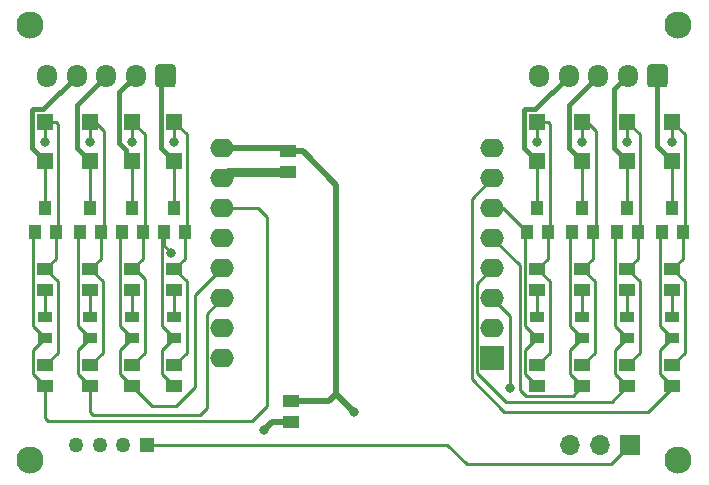
<source format=gbr>
%TF.GenerationSoftware,KiCad,Pcbnew,(5.1.10)-1*%
%TF.CreationDate,2022-04-18T16:41:03+02:00*%
%TF.ProjectId,ULN2803-Mosfet-S2-Mini,554c4e32-3830-4332-9d4d-6f736665742d,rev?*%
%TF.SameCoordinates,Original*%
%TF.FileFunction,Copper,L1,Top*%
%TF.FilePolarity,Positive*%
%FSLAX46Y46*%
G04 Gerber Fmt 4.6, Leading zero omitted, Abs format (unit mm)*
G04 Created by KiCad (PCBNEW (5.1.10)-1) date 2022-04-18 16:41:03*
%MOMM*%
%LPD*%
G01*
G04 APERTURE LIST*
%TA.AperFunction,ComponentPad*%
%ADD10O,2.000000X1.600000*%
%TD*%
%TA.AperFunction,ComponentPad*%
%ADD11R,2.000000X2.000000*%
%TD*%
%TA.AperFunction,ComponentPad*%
%ADD12C,1.270000*%
%TD*%
%TA.AperFunction,ComponentPad*%
%ADD13R,1.270000X1.270000*%
%TD*%
%TA.AperFunction,ComponentPad*%
%ADD14O,1.700000X1.700000*%
%TD*%
%TA.AperFunction,ComponentPad*%
%ADD15R,1.700000X1.700000*%
%TD*%
%TA.AperFunction,SMDPad,CuDef*%
%ADD16R,1.400000X1.016000*%
%TD*%
%TA.AperFunction,ComponentPad*%
%ADD17O,1.700000X1.950000*%
%TD*%
%TA.AperFunction,SMDPad,CuDef*%
%ADD18R,1.397000X1.016000*%
%TD*%
%TA.AperFunction,SMDPad,CuDef*%
%ADD19R,1.016000X1.143000*%
%TD*%
%TA.AperFunction,SMDPad,CuDef*%
%ADD20R,1.270000X0.889000*%
%TD*%
%TA.AperFunction,SMDPad,CuDef*%
%ADD21R,1.397000X1.397000*%
%TD*%
%TA.AperFunction,ViaPad*%
%ADD22C,0.800000*%
%TD*%
%TA.AperFunction,ViaPad*%
%ADD23C,2.300000*%
%TD*%
%TA.AperFunction,Conductor*%
%ADD24C,0.250000*%
%TD*%
%TA.AperFunction,Conductor*%
%ADD25C,0.800000*%
%TD*%
%TA.AperFunction,Conductor*%
%ADD26C,0.500000*%
%TD*%
%TA.AperFunction,Conductor*%
%ADD27C,0.400000*%
%TD*%
G04 APERTURE END LIST*
D10*
%TO.P,U1,16*%
%TO.N,Net-(U1-Pad16)*%
X35560000Y-101600000D03*
%TO.P,U1,15*%
%TO.N,Net-(U1-Pad15)*%
X35560000Y-99060000D03*
%TO.P,U1,14*%
%TO.N,IN2*%
X35560000Y-96520000D03*
%TO.P,U1,13*%
%TO.N,IN3*%
X35560000Y-93980000D03*
%TO.P,U1,12*%
%TO.N,IN4*%
X35560000Y-91440000D03*
%TO.P,U1,11*%
%TO.N,IN1*%
X35560000Y-88900000D03*
%TO.P,U1,10*%
%TO.N,GND*%
X35560000Y-86360000D03*
%TO.P,U1,9*%
%TO.N,V6*%
X35560000Y-83820000D03*
%TO.P,U1,8*%
%TO.N,Net-(U1-Pad8)*%
X58420000Y-83820000D03*
%TO.P,U1,7*%
%TO.N,IN8*%
X58420000Y-86360000D03*
%TO.P,U1,6*%
%TO.N,IN5*%
X58420000Y-88900000D03*
%TO.P,U1,5*%
%TO.N,IN6*%
X58420000Y-91440000D03*
%TO.P,U1,4*%
%TO.N,IN7*%
X58420000Y-93980000D03*
%TO.P,U1,3*%
%TO.N,SERVO*%
X58420000Y-96520000D03*
D11*
%TO.P,U1,1*%
%TO.N,Net-(U1-Pad1)*%
X58420000Y-101600000D03*
D10*
%TO.P,U1,2*%
%TO.N,Net-(U1-Pad2)*%
X58420000Y-99060000D03*
%TD*%
D12*
%TO.P,J4,4*%
%TO.N,GND*%
X23162260Y-108966000D03*
%TO.P,J4,3*%
%TO.N,V6*%
X25163780Y-108966000D03*
%TO.P,J4,2*%
%TO.N,Net-(J4-Pad2)*%
X27160220Y-108966000D03*
D13*
%TO.P,J4,1*%
%TO.N,SERVO*%
X29161740Y-108966000D03*
%TD*%
D14*
%TO.P,J3,3*%
%TO.N,GND*%
X65024000Y-108966000D03*
%TO.P,J3,2*%
%TO.N,V6*%
X67564000Y-108966000D03*
D15*
%TO.P,J3,1*%
%TO.N,SERVO*%
X70104000Y-108966000D03*
%TD*%
D16*
%TO.P,C1,2*%
%TO.N,GND*%
X41148000Y-85854000D03*
%TO.P,C1,1*%
%TO.N,V6*%
X41148000Y-84075000D03*
%TD*%
%TO.P,J1,1*%
%TO.N,Net-(D4-Pad2)*%
%TA.AperFunction,ComponentPad*%
G36*
G01*
X31584000Y-76999000D02*
X31584000Y-78449000D01*
G75*
G02*
X31334000Y-78699000I-250000J0D01*
G01*
X30134000Y-78699000D01*
G75*
G02*
X29884000Y-78449000I0J250000D01*
G01*
X29884000Y-76999000D01*
G75*
G02*
X30134000Y-76749000I250000J0D01*
G01*
X31334000Y-76749000D01*
G75*
G02*
X31584000Y-76999000I0J-250000D01*
G01*
G37*
%TD.AperFunction*%
D17*
%TO.P,J1,2*%
%TO.N,Net-(D3-Pad2)*%
X28234000Y-77724000D03*
%TO.P,J1,3*%
%TO.N,Net-(D2-Pad2)*%
X25734000Y-77724000D03*
%TO.P,J1,4*%
%TO.N,Net-(D1-Pad2)*%
X23234000Y-77724000D03*
%TO.P,J1,5*%
%TO.N,V6*%
X20734000Y-77724000D03*
%TD*%
D18*
%TO.P,RLED4,2*%
%TO.N,GND*%
X31496000Y-94107000D03*
%TO.P,RLED4,1*%
%TO.N,Net-(LED4-Pad2)*%
X31496000Y-95885000D03*
%TD*%
%TO.P,RLED2,2*%
%TO.N,GND*%
X24384000Y-94107000D03*
%TO.P,RLED2,1*%
%TO.N,Net-(LED2-Pad2)*%
X24384000Y-95885000D03*
%TD*%
%TO.P,RLED3,2*%
%TO.N,GND*%
X27940000Y-94107000D03*
%TO.P,RLED3,1*%
%TO.N,Net-(LED3-Pad2)*%
X27940000Y-95885000D03*
%TD*%
%TO.P,R3,2*%
%TO.N,GND*%
X27940000Y-102235000D03*
%TO.P,R3,1*%
%TO.N,IN3*%
X27940000Y-104013000D03*
%TD*%
%TO.P,RLED1,2*%
%TO.N,GND*%
X20574000Y-94107000D03*
%TO.P,RLED1,1*%
%TO.N,Net-(LED1-Pad2)*%
X20574000Y-95885000D03*
%TD*%
%TO.P,R2,2*%
%TO.N,GND*%
X24384000Y-102235000D03*
%TO.P,R2,1*%
%TO.N,IN2*%
X24384000Y-104013000D03*
%TD*%
%TO.P,R1,2*%
%TO.N,GND*%
X20574000Y-102235000D03*
%TO.P,R1,1*%
%TO.N,IN1*%
X20574000Y-104013000D03*
%TD*%
D19*
%TO.P,Q4,1*%
%TO.N,IN4*%
X30607000Y-90932000D03*
%TO.P,Q4,2*%
%TO.N,GND*%
X32385000Y-90932000D03*
%TO.P,Q4,3*%
%TO.N,Net-(D4-Pad2)*%
X31496000Y-88900000D03*
%TD*%
%TO.P,Q2,1*%
%TO.N,IN2*%
X23495000Y-90932000D03*
%TO.P,Q2,2*%
%TO.N,GND*%
X25273000Y-90932000D03*
%TO.P,Q2,3*%
%TO.N,Net-(D2-Pad2)*%
X24384000Y-88900000D03*
%TD*%
%TO.P,Q1,1*%
%TO.N,IN1*%
X19685000Y-90932000D03*
%TO.P,Q1,2*%
%TO.N,GND*%
X21463000Y-90932000D03*
%TO.P,Q1,3*%
%TO.N,Net-(D1-Pad2)*%
X20574000Y-88900000D03*
%TD*%
D20*
%TO.P,LED2,1*%
%TO.N,IN2*%
X24384000Y-99949000D03*
%TO.P,LED2,2*%
%TO.N,Net-(LED2-Pad2)*%
X24384000Y-98171000D03*
%TD*%
D21*
%TO.P,D2,2*%
%TO.N,Net-(D2-Pad2)*%
X24384000Y-84963000D03*
%TO.P,D2,1*%
%TO.N,GND*%
X24384000Y-81661000D03*
%TD*%
D20*
%TO.P,LED1,1*%
%TO.N,IN1*%
X20574000Y-99949000D03*
%TO.P,LED1,2*%
%TO.N,Net-(LED1-Pad2)*%
X20574000Y-98171000D03*
%TD*%
D21*
%TO.P,D4,2*%
%TO.N,Net-(D4-Pad2)*%
X31496000Y-84963000D03*
%TO.P,D4,1*%
%TO.N,GND*%
X31496000Y-81661000D03*
%TD*%
%TO.P,D3,2*%
%TO.N,Net-(D3-Pad2)*%
X27940000Y-84963000D03*
%TO.P,D3,1*%
%TO.N,GND*%
X27940000Y-81661000D03*
%TD*%
%TO.P,D1,2*%
%TO.N,Net-(D1-Pad2)*%
X20574000Y-84963000D03*
%TO.P,D1,1*%
%TO.N,GND*%
X20574000Y-81661000D03*
%TD*%
D20*
%TO.P,LED4,1*%
%TO.N,IN4*%
X31496000Y-99949000D03*
%TO.P,LED4,2*%
%TO.N,Net-(LED4-Pad2)*%
X31496000Y-98171000D03*
%TD*%
D18*
%TO.P,R4,2*%
%TO.N,GND*%
X31496000Y-102235000D03*
%TO.P,R4,1*%
%TO.N,IN4*%
X31496000Y-104013000D03*
%TD*%
D19*
%TO.P,Q3,1*%
%TO.N,IN3*%
X27051000Y-90932000D03*
%TO.P,Q3,2*%
%TO.N,GND*%
X28829000Y-90932000D03*
%TO.P,Q3,3*%
%TO.N,Net-(D3-Pad2)*%
X27940000Y-88900000D03*
%TD*%
D20*
%TO.P,LED3,1*%
%TO.N,IN3*%
X27940000Y-99949000D03*
%TO.P,LED3,2*%
%TO.N,Net-(LED3-Pad2)*%
X27940000Y-98171000D03*
%TD*%
%TO.P,J2,1*%
%TO.N,Net-(D8-Pad2)*%
%TA.AperFunction,ComponentPad*%
G36*
G01*
X73240000Y-76999000D02*
X73240000Y-78449000D01*
G75*
G02*
X72990000Y-78699000I-250000J0D01*
G01*
X71790000Y-78699000D01*
G75*
G02*
X71540000Y-78449000I0J250000D01*
G01*
X71540000Y-76999000D01*
G75*
G02*
X71790000Y-76749000I250000J0D01*
G01*
X72990000Y-76749000D01*
G75*
G02*
X73240000Y-76999000I0J-250000D01*
G01*
G37*
%TD.AperFunction*%
D17*
%TO.P,J2,2*%
%TO.N,Net-(D7-Pad2)*%
X69890000Y-77724000D03*
%TO.P,J2,3*%
%TO.N,Net-(D6-Pad2)*%
X67390000Y-77724000D03*
%TO.P,J2,4*%
%TO.N,Net-(D5-Pad2)*%
X64890000Y-77724000D03*
%TO.P,J2,5*%
%TO.N,V6*%
X62390000Y-77724000D03*
%TD*%
D21*
%TO.P,D5,1*%
%TO.N,GND*%
X62230000Y-81661000D03*
%TO.P,D5,2*%
%TO.N,Net-(D5-Pad2)*%
X62230000Y-84963000D03*
%TD*%
D16*
%TO.P,C2,2*%
%TO.N,GND*%
X41402000Y-107062000D03*
%TO.P,C2,1*%
%TO.N,V6*%
X41402000Y-105283000D03*
%TD*%
D21*
%TO.P,D7,1*%
%TO.N,GND*%
X69850000Y-81661000D03*
%TO.P,D7,2*%
%TO.N,Net-(D7-Pad2)*%
X69850000Y-84963000D03*
%TD*%
%TO.P,D8,1*%
%TO.N,GND*%
X73660000Y-81661000D03*
%TO.P,D8,2*%
%TO.N,Net-(D8-Pad2)*%
X73660000Y-84963000D03*
%TD*%
%TO.P,D6,1*%
%TO.N,GND*%
X66040000Y-81661000D03*
%TO.P,D6,2*%
%TO.N,Net-(D6-Pad2)*%
X66040000Y-84963000D03*
%TD*%
D20*
%TO.P,LED5,2*%
%TO.N,Net-(LED5-Pad2)*%
X62230000Y-98171000D03*
%TO.P,LED5,1*%
%TO.N,IN5*%
X62230000Y-99949000D03*
%TD*%
%TO.P,LED6,2*%
%TO.N,Net-(LED6-Pad2)*%
X66040000Y-98171000D03*
%TO.P,LED6,1*%
%TO.N,IN6*%
X66040000Y-99949000D03*
%TD*%
%TO.P,LED8,2*%
%TO.N,Net-(LED8-Pad2)*%
X73660000Y-98171000D03*
%TO.P,LED8,1*%
%TO.N,IN8*%
X73660000Y-99949000D03*
%TD*%
D19*
%TO.P,Q5,3*%
%TO.N,Net-(D5-Pad2)*%
X62230000Y-88900000D03*
%TO.P,Q5,2*%
%TO.N,GND*%
X63119000Y-90932000D03*
%TO.P,Q5,1*%
%TO.N,IN5*%
X61341000Y-90932000D03*
%TD*%
%TO.P,Q6,3*%
%TO.N,Net-(D6-Pad2)*%
X66040000Y-88900000D03*
%TO.P,Q6,2*%
%TO.N,GND*%
X66929000Y-90932000D03*
%TO.P,Q6,1*%
%TO.N,IN6*%
X65151000Y-90932000D03*
%TD*%
%TO.P,Q8,3*%
%TO.N,Net-(D8-Pad2)*%
X73660000Y-88900000D03*
%TO.P,Q8,2*%
%TO.N,GND*%
X74549000Y-90932000D03*
%TO.P,Q8,1*%
%TO.N,IN8*%
X72771000Y-90932000D03*
%TD*%
D18*
%TO.P,R5,1*%
%TO.N,IN5*%
X62230000Y-104013000D03*
%TO.P,R5,2*%
%TO.N,GND*%
X62230000Y-102235000D03*
%TD*%
%TO.P,R6,1*%
%TO.N,IN6*%
X66040000Y-104013000D03*
%TO.P,R6,2*%
%TO.N,GND*%
X66040000Y-102235000D03*
%TD*%
%TO.P,R7,1*%
%TO.N,IN7*%
X69850000Y-104013000D03*
%TO.P,R7,2*%
%TO.N,GND*%
X69850000Y-102235000D03*
%TD*%
%TO.P,RLED5,1*%
%TO.N,Net-(LED5-Pad2)*%
X62230000Y-95885000D03*
%TO.P,RLED5,2*%
%TO.N,GND*%
X62230000Y-94107000D03*
%TD*%
%TO.P,RLED7,1*%
%TO.N,Net-(LED7-Pad2)*%
X69850000Y-95885000D03*
%TO.P,RLED7,2*%
%TO.N,GND*%
X69850000Y-94107000D03*
%TD*%
%TO.P,RLED6,1*%
%TO.N,Net-(LED6-Pad2)*%
X66040000Y-95885000D03*
%TO.P,RLED6,2*%
%TO.N,GND*%
X66040000Y-94107000D03*
%TD*%
%TO.P,RLED8,1*%
%TO.N,Net-(LED8-Pad2)*%
X73660000Y-95885000D03*
%TO.P,RLED8,2*%
%TO.N,GND*%
X73660000Y-94107000D03*
%TD*%
D20*
%TO.P,LED7,2*%
%TO.N,Net-(LED7-Pad2)*%
X69850000Y-98171000D03*
%TO.P,LED7,1*%
%TO.N,IN7*%
X69850000Y-99949000D03*
%TD*%
D19*
%TO.P,Q7,3*%
%TO.N,Net-(D7-Pad2)*%
X69850000Y-88900000D03*
%TO.P,Q7,2*%
%TO.N,GND*%
X70739000Y-90932000D03*
%TO.P,Q7,1*%
%TO.N,IN7*%
X68961000Y-90932000D03*
%TD*%
D18*
%TO.P,R8,1*%
%TO.N,IN8*%
X73660000Y-104013000D03*
%TO.P,R8,2*%
%TO.N,GND*%
X73660000Y-102235000D03*
%TD*%
D22*
%TO.N,GND*%
X20574000Y-83312000D03*
X24384000Y-83312000D03*
X27940000Y-83312000D03*
X31496000Y-83312000D03*
X62230000Y-83312000D03*
D23*
X19304000Y-73406000D03*
D22*
X66040000Y-83312000D03*
X69850000Y-83312000D03*
X73660000Y-83312000D03*
D23*
X19304000Y-110236000D03*
X74168000Y-110236000D03*
X74168000Y-73406000D03*
D22*
X39116000Y-107696000D03*
%TO.N,IN4*%
X31242000Y-92710000D03*
%TO.N,V6*%
X46736000Y-106172000D03*
%TO.N,SERVO*%
X59944000Y-104140000D03*
%TD*%
D24*
%TO.N,GND*%
X67063501Y-90797499D02*
X67190501Y-90797499D01*
X66929000Y-90932000D02*
X67063501Y-90797499D01*
X67190501Y-90797499D02*
X67190501Y-82430501D01*
X66421000Y-81661000D02*
X66040000Y-81661000D01*
X67190501Y-82430501D02*
X66421000Y-81661000D01*
X63253501Y-90797499D02*
X63253501Y-81795501D01*
X63119000Y-90932000D02*
X63253501Y-90797499D01*
X63119000Y-81661000D02*
X62230000Y-81661000D01*
X63253501Y-81795501D02*
X63119000Y-81661000D01*
X74683501Y-82684501D02*
X73660000Y-81661000D01*
X74683501Y-90797499D02*
X74683501Y-82684501D01*
X74549000Y-90932000D02*
X74683501Y-90797499D01*
X70873501Y-82684501D02*
X69850000Y-81661000D01*
X70873501Y-90797499D02*
X70873501Y-82684501D01*
X70739000Y-90932000D02*
X70873501Y-90797499D01*
X74549000Y-93218000D02*
X73660000Y-94107000D01*
X74549000Y-90932000D02*
X74549000Y-93218000D01*
X70739000Y-93218000D02*
X69850000Y-94107000D01*
X70739000Y-90932000D02*
X70739000Y-93218000D01*
X66929000Y-93218000D02*
X66040000Y-94107000D01*
X66929000Y-90932000D02*
X66929000Y-93218000D01*
X63119000Y-93218000D02*
X62230000Y-94107000D01*
X63119000Y-90932000D02*
X63119000Y-93218000D01*
X74683501Y-101211499D02*
X73660000Y-102235000D01*
X74683501Y-95130501D02*
X74683501Y-101211499D01*
X73660000Y-94107000D02*
X74683501Y-95130501D01*
X63253501Y-101211499D02*
X62230000Y-102235000D01*
X63253501Y-95130501D02*
X63253501Y-101211499D01*
X62230000Y-94107000D02*
X63253501Y-95130501D01*
X25534501Y-82430501D02*
X24765000Y-81661000D01*
X28963501Y-82684501D02*
X27940000Y-81661000D01*
X28963501Y-90797499D02*
X28963501Y-82684501D01*
X28829000Y-90932000D02*
X28963501Y-90797499D01*
X21597501Y-81795501D02*
X21463000Y-81661000D01*
X21463000Y-90932000D02*
X21597501Y-90797499D01*
X21463000Y-81661000D02*
X20574000Y-81661000D01*
X21597501Y-90797499D02*
X21597501Y-81795501D01*
X32385000Y-93218000D02*
X31496000Y-94107000D01*
X32385000Y-90932000D02*
X32385000Y-93218000D01*
X21597501Y-101211499D02*
X20574000Y-102235000D01*
X21597501Y-95130501D02*
X21597501Y-101211499D01*
X20574000Y-94107000D02*
X21597501Y-95130501D01*
X28829000Y-90932000D02*
X28829000Y-93218000D01*
X28829000Y-93218000D02*
X27940000Y-94107000D01*
X25273000Y-93218000D02*
X24384000Y-94107000D01*
X25273000Y-90932000D02*
X25273000Y-93218000D01*
X32519501Y-95130501D02*
X32519501Y-101211499D01*
X31496000Y-94107000D02*
X32519501Y-95130501D01*
X32519501Y-101211499D02*
X31496000Y-102235000D01*
X32385000Y-90932000D02*
X32519501Y-90797499D01*
X32519501Y-82684501D02*
X31496000Y-81661000D01*
X21463000Y-93218000D02*
X20574000Y-94107000D01*
X21463000Y-90932000D02*
X21463000Y-93218000D01*
X32519501Y-90797499D02*
X32519501Y-82684501D01*
X25273000Y-90932000D02*
X25407501Y-90797499D01*
X25534501Y-90797499D02*
X25534501Y-82430501D01*
X25407501Y-90797499D02*
X25534501Y-90797499D01*
X24765000Y-81661000D02*
X24384000Y-81661000D01*
X20574000Y-83312000D02*
X20574000Y-81661000D01*
X24384000Y-83312000D02*
X24384000Y-81661000D01*
X27940000Y-83312000D02*
X27940000Y-81661000D01*
X31496000Y-83312000D02*
X31496000Y-81661000D01*
X25407501Y-101211499D02*
X24384000Y-102235000D01*
X25407501Y-95130501D02*
X25407501Y-101211499D01*
X24384000Y-94107000D02*
X25407501Y-95130501D01*
X28963501Y-101211499D02*
X27940000Y-102235000D01*
X28963501Y-94940001D02*
X28963501Y-101211499D01*
X28130500Y-94107000D02*
X28963501Y-94940001D01*
X27940000Y-94107000D02*
X28130500Y-94107000D01*
X70873501Y-95130501D02*
X69850000Y-94107000D01*
X70873501Y-101211499D02*
X70873501Y-95130501D01*
X69850000Y-102235000D02*
X70873501Y-101211499D01*
X67063501Y-95130501D02*
X66040000Y-94107000D01*
X67063501Y-101211499D02*
X67063501Y-95130501D01*
X66040000Y-102235000D02*
X67063501Y-101211499D01*
X73660000Y-83312000D02*
X73660000Y-81661000D01*
X69850000Y-83312000D02*
X69850000Y-81661000D01*
X66040000Y-83312000D02*
X66040000Y-81661000D01*
X62230000Y-83312000D02*
X62230000Y-81661000D01*
D25*
X36066000Y-85854000D02*
X35560000Y-86360000D01*
X41148000Y-85854000D02*
X36066000Y-85854000D01*
D24*
X41457999Y-107116999D02*
X41402000Y-107061000D01*
D26*
X39750000Y-107062000D02*
X39116000Y-107696000D01*
X41402000Y-107062000D02*
X39750000Y-107062000D01*
D24*
%TO.N,Net-(D1-Pad2)*%
X20574000Y-84963000D02*
X20574000Y-88900000D01*
D27*
X19475499Y-83864499D02*
X20574000Y-84963000D01*
X19475499Y-80642499D02*
X19475499Y-83864499D01*
X19555499Y-80562499D02*
X19475499Y-80642499D01*
X20395501Y-80562499D02*
X19555499Y-80562499D01*
X23234000Y-77724000D02*
X20395501Y-80562499D01*
D24*
%TO.N,Net-(D2-Pad2)*%
X24384000Y-84963000D02*
X24384000Y-88900000D01*
D27*
X23285499Y-83864499D02*
X24384000Y-84963000D01*
X23285499Y-80172501D02*
X23285499Y-83864499D01*
X25734000Y-77724000D02*
X23285499Y-80172501D01*
D24*
%TO.N,Net-(D3-Pad2)*%
X27940000Y-84963000D02*
X27940000Y-88900000D01*
D27*
X27432000Y-84455000D02*
X27940000Y-84963000D01*
X26841499Y-83397501D02*
X27432000Y-83988002D01*
X26841499Y-79116501D02*
X26841499Y-83397501D01*
X27432000Y-83988002D02*
X27432000Y-84455000D01*
X28234000Y-77724000D02*
X26841499Y-79116501D01*
D24*
%TO.N,Net-(D4-Pad2)*%
X31496000Y-84963000D02*
X31496000Y-88900000D01*
D27*
X30397499Y-78060501D02*
X30397499Y-83864499D01*
X30397499Y-83864499D02*
X31496000Y-84963000D01*
X30734000Y-77724000D02*
X30397499Y-78060501D01*
D24*
%TO.N,IN1*%
X19685000Y-90932000D02*
X19550499Y-91066501D01*
X19550499Y-98925499D02*
X20574000Y-99949000D01*
X19550499Y-91066501D02*
X19550499Y-98925499D01*
X19550499Y-102989499D02*
X20574000Y-104013000D01*
X19550499Y-100972501D02*
X19550499Y-102989499D01*
X20574000Y-99949000D02*
X19550499Y-100972501D01*
X20574000Y-104013000D02*
X20574000Y-106680000D01*
X20574000Y-106680000D02*
X20828000Y-106934000D01*
X20828000Y-106934000D02*
X38100000Y-106934000D01*
X38100000Y-106934000D02*
X39370000Y-105664000D01*
X39370000Y-105664000D02*
X39370000Y-89662000D01*
X38608000Y-88900000D02*
X35560000Y-88900000D01*
X39370000Y-89662000D02*
X38608000Y-88900000D01*
%TO.N,IN2*%
X23495000Y-90932000D02*
X23360499Y-91066501D01*
X23360499Y-91066501D02*
X23360499Y-98925499D01*
X23360499Y-98925499D02*
X24384000Y-99949000D01*
X23360499Y-102989499D02*
X24384000Y-104013000D01*
X23360499Y-100972501D02*
X23360499Y-102989499D01*
X24384000Y-99949000D02*
X23360499Y-100972501D01*
X34234990Y-97845010D02*
X34234990Y-105862990D01*
X35560000Y-96520000D02*
X34234990Y-97845010D01*
X34234990Y-105862990D02*
X33671980Y-106426000D01*
X33671980Y-106426000D02*
X24638000Y-106426000D01*
X24384000Y-106172000D02*
X24384000Y-104013000D01*
X24638000Y-106426000D02*
X24384000Y-106172000D01*
%TO.N,IN3*%
X27051000Y-90932000D02*
X26916499Y-91066501D01*
X26916499Y-91066501D02*
X26916499Y-98925499D01*
X26916499Y-98925499D02*
X27940000Y-99949000D01*
X26916499Y-102989499D02*
X27940000Y-104013000D01*
X26916499Y-100972501D02*
X26916499Y-102989499D01*
X27940000Y-99949000D02*
X26916499Y-100972501D01*
X35560000Y-93980000D02*
X33274000Y-96266000D01*
X33274000Y-104026502D02*
X31636502Y-105664000D01*
X33274000Y-96266000D02*
X33274000Y-104026502D01*
X29591000Y-105664000D02*
X27940000Y-104013000D01*
X31636502Y-105664000D02*
X29591000Y-105664000D01*
%TO.N,IN4*%
X30472499Y-91066501D02*
X30472499Y-98925499D01*
X30607000Y-90932000D02*
X30472499Y-91066501D01*
X30472499Y-98925499D02*
X31496000Y-99949000D01*
X30472499Y-102989499D02*
X31496000Y-104013000D01*
X30472499Y-100972501D02*
X30472499Y-102989499D01*
X31496000Y-99949000D02*
X30472499Y-100972501D01*
X30607000Y-92075000D02*
X31242000Y-92710000D01*
X30607000Y-90932000D02*
X30607000Y-92075000D01*
%TO.N,Net-(LED1-Pad2)*%
X20574000Y-98171000D02*
X20574000Y-95885000D01*
%TO.N,Net-(LED2-Pad2)*%
X24384000Y-98171000D02*
X24384000Y-95885000D01*
%TO.N,Net-(LED3-Pad2)*%
X27940000Y-98171000D02*
X27940000Y-95885000D01*
%TO.N,Net-(LED4-Pad2)*%
X31496000Y-98171000D02*
X31496000Y-95885000D01*
%TO.N,Net-(D5-Pad2)*%
X62230000Y-84963000D02*
X62230000Y-88900000D01*
D27*
X61131499Y-83864499D02*
X62230000Y-84963000D01*
X61131499Y-80642499D02*
X61131499Y-83864499D01*
X61211499Y-80562499D02*
X61131499Y-80642499D01*
X62051501Y-80562499D02*
X61211499Y-80562499D01*
X64890000Y-77724000D02*
X62051501Y-80562499D01*
D24*
%TO.N,Net-(D6-Pad2)*%
X66040000Y-84963000D02*
X66040000Y-88900000D01*
D27*
X64941499Y-83864499D02*
X66040000Y-84963000D01*
X64941499Y-80172501D02*
X64941499Y-83864499D01*
X67390000Y-77724000D02*
X64941499Y-80172501D01*
D24*
%TO.N,Net-(D7-Pad2)*%
X69850000Y-84963000D02*
X69850000Y-88900000D01*
D27*
X68751499Y-83864499D02*
X69850000Y-84963000D01*
X68751499Y-78862501D02*
X68751499Y-83864499D01*
X69890000Y-77724000D02*
X68751499Y-78862501D01*
D24*
%TO.N,Net-(D8-Pad2)*%
X73660000Y-84963000D02*
X73660000Y-88900000D01*
D27*
X72390000Y-83693000D02*
X73660000Y-84963000D01*
X72390000Y-77724000D02*
X72390000Y-83693000D01*
D24*
%TO.N,Net-(LED5-Pad2)*%
X62230000Y-98171000D02*
X62230000Y-95885000D01*
%TO.N,IN5*%
X61206499Y-98925499D02*
X62230000Y-99949000D01*
X61206499Y-91066501D02*
X61206499Y-98925499D01*
X61341000Y-90932000D02*
X61206499Y-91066501D01*
X61206499Y-102989499D02*
X62230000Y-104013000D01*
X61206499Y-100972501D02*
X61206499Y-102989499D01*
X62230000Y-99949000D02*
X61206499Y-100972501D01*
X59309000Y-88900000D02*
X61341000Y-90932000D01*
X58420000Y-88900000D02*
X59309000Y-88900000D01*
%TO.N,Net-(LED6-Pad2)*%
X66040000Y-98171000D02*
X66040000Y-95885000D01*
%TO.N,IN6*%
X65016499Y-98925499D02*
X66040000Y-99949000D01*
X65016499Y-91066501D02*
X65016499Y-98925499D01*
X65151000Y-90932000D02*
X65016499Y-91066501D01*
X65016499Y-102989499D02*
X66040000Y-104013000D01*
X65016499Y-100972501D02*
X65016499Y-102989499D01*
X66040000Y-99949000D02*
X65016499Y-100972501D01*
X65206999Y-104846001D02*
X66040000Y-104013000D01*
X61271499Y-104846001D02*
X65206999Y-104846001D01*
X60756490Y-104330992D02*
X61271499Y-104846001D01*
X60756490Y-93776490D02*
X60756490Y-104330992D01*
X58420000Y-91440000D02*
X60756490Y-93776490D01*
%TO.N,Net-(LED7-Pad2)*%
X69850000Y-98171000D02*
X69850000Y-95885000D01*
%TO.N,IN7*%
X68826499Y-98925499D02*
X69850000Y-99949000D01*
X68826499Y-91066501D02*
X68826499Y-98925499D01*
X68961000Y-90932000D02*
X68826499Y-91066501D01*
X68826499Y-102989499D02*
X69850000Y-104013000D01*
X68826499Y-100972501D02*
X68826499Y-102989499D01*
X69850000Y-99949000D02*
X68826499Y-100972501D01*
X68566989Y-105296011D02*
X69850000Y-104013000D01*
X59531009Y-105296011D02*
X68566989Y-105296011D01*
X57094990Y-102859992D02*
X59531009Y-105296011D01*
X57094990Y-95305010D02*
X57094990Y-102859992D01*
X58420000Y-93980000D02*
X57094990Y-95305010D01*
%TO.N,Net-(LED8-Pad2)*%
X73660000Y-98171000D02*
X73660000Y-95885000D01*
%TO.N,IN8*%
X72636499Y-98925499D02*
X73660000Y-99949000D01*
X72636499Y-91066501D02*
X72636499Y-98925499D01*
X72771000Y-90932000D02*
X72636499Y-91066501D01*
X72636499Y-102989499D02*
X73660000Y-104013000D01*
X72636499Y-100972501D02*
X72636499Y-102989499D01*
X73660000Y-99949000D02*
X72636499Y-100972501D01*
X73660000Y-104013000D02*
X73660000Y-104140000D01*
X73660000Y-104140000D02*
X71628000Y-106172000D01*
X71628000Y-106172000D02*
X59436000Y-106172000D01*
X56644980Y-88135020D02*
X58420000Y-86360000D01*
X56644980Y-103380980D02*
X56644980Y-88135020D01*
X59436000Y-106172000D02*
X56644980Y-103380980D01*
D26*
%TO.N,V6*%
X40893000Y-83820000D02*
X41148000Y-84075000D01*
X35560000Y-83820000D02*
X40893000Y-83820000D01*
X42348000Y-84075000D02*
X45212000Y-86939000D01*
X41148000Y-84075000D02*
X42348000Y-84075000D01*
X45212000Y-86939000D02*
X45212000Y-104648000D01*
X45212000Y-104648000D02*
X46736000Y-106172000D01*
X44577000Y-105283000D02*
X45212000Y-104648000D01*
X41402000Y-105283000D02*
X44577000Y-105283000D01*
D24*
%TO.N,SERVO*%
X29161740Y-108966000D02*
X54610000Y-108966000D01*
X68478989Y-110591011D02*
X70104000Y-108966000D01*
X56235011Y-110591011D02*
X68478989Y-110591011D01*
X54610000Y-108966000D02*
X56235011Y-110591011D01*
X59944000Y-98044000D02*
X59944000Y-104140000D01*
X58420000Y-96520000D02*
X59944000Y-98044000D01*
%TD*%
M02*

</source>
